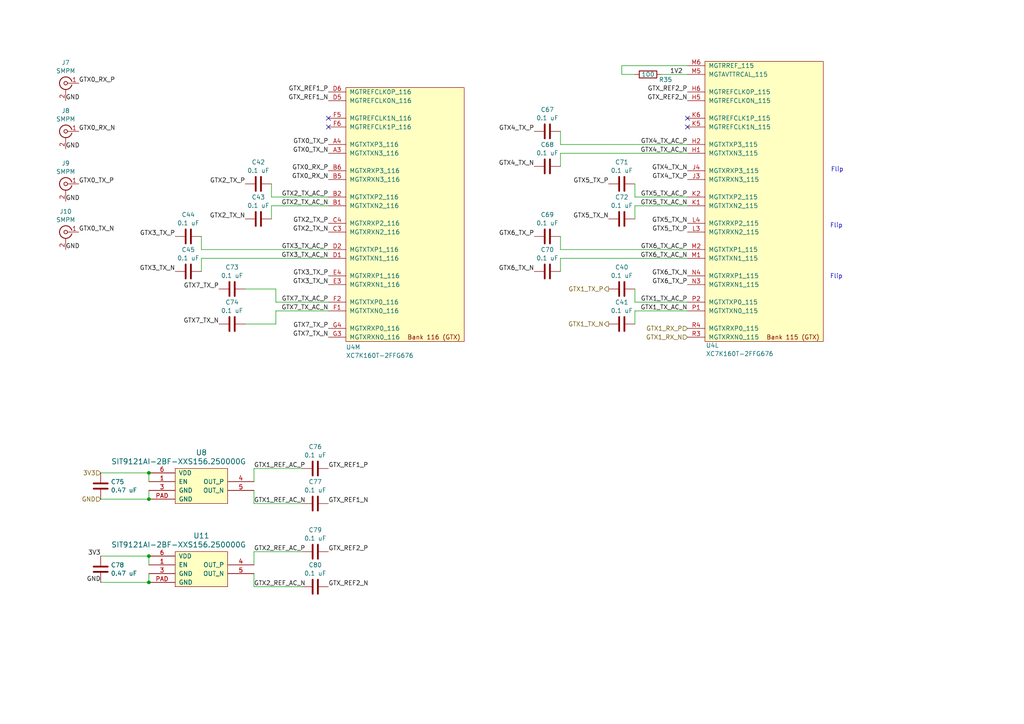
<source format=kicad_sch>
(kicad_sch (version 20231120) (generator "eeschema") (generator_version "8.0")
  (paper "A4")
  (junction (at 43.18 137.16))
  (junction (at 43.18 161.29))
  (junction (at 43.18 144.78))
  (junction (at 43.18 168.91))
  (no_connect (at 95.25 34.29))
  (no_connect (at 199.39 36.83))
  (no_connect (at 199.39 34.29))
  (no_connect (at 95.25 36.83))
  (wire (pts (xy 29.21 161.29) (xy 43.18 161.29)))
  (wire (pts (xy 184.15 57.15) (xy 199.39 57.15)))
  (wire (pts (xy 95.25 59.69) (xy 78.74 59.69)))
  (wire (pts (xy 80.01 83.82) (xy 71.12 83.82)))
  (wire (pts (xy 87.63 170.18) (xy 73.66 170.18)))
  (wire (pts (xy 162.56 44.45) (xy 162.56 48.26)))
  (wire (pts (xy 87.63 135.89) (xy 73.66 135.89)))
  (wire (pts (xy 162.56 68.58) (xy 162.56 72.39)))
  (wire (pts (xy 43.18 168.91) (xy 29.21 168.91)))
  (wire (pts (xy 162.56 74.93) (xy 162.56 78.74)))
  (wire (pts (xy 162.56 38.1) (xy 162.56 41.91)))
  (wire (pts (xy 43.18 161.29) (xy 43.18 163.83)))
  (wire (pts (xy 43.18 142.24) (xy 43.18 144.78)))
  (wire (pts (xy 73.66 146.05) (xy 73.66 142.24)))
  (wire (pts (xy 184.15 87.63) (xy 199.39 87.63)))
  (wire (pts (xy 184.15 90.17) (xy 184.15 93.98)))
  (wire (pts (xy 184.15 59.69) (xy 199.39 59.69)))
  (wire (pts (xy 162.56 72.39) (xy 199.39 72.39)))
  (wire (pts (xy 58.42 74.93) (xy 58.42 78.74)))
  (wire (pts (xy 184.15 83.82) (xy 184.15 87.63)))
  (wire (pts (xy 43.18 166.37) (xy 43.18 168.91)))
  (wire (pts (xy 162.56 44.45) (xy 199.39 44.45)))
  (wire (pts (xy 73.66 170.18) (xy 73.66 166.37)))
  (wire (pts (xy 184.15 59.69) (xy 184.15 63.5)))
  (wire (pts (xy 87.63 160.02) (xy 73.66 160.02)))
  (wire (pts (xy 80.01 93.98) (xy 71.12 93.98)))
  (wire (pts (xy 43.18 137.16) (xy 43.18 139.7)))
  (wire (pts (xy 80.01 87.63) (xy 80.01 83.82)))
  (wire (pts (xy 29.21 137.16) (xy 43.18 137.16)))
  (wire (pts (xy 180.34 19.05) (xy 180.34 21.59)))
  (wire (pts (xy 180.34 21.59) (xy 184.15 21.59)))
  (wire (pts (xy 80.01 90.17) (xy 95.25 90.17)))
  (wire (pts (xy 80.01 87.63) (xy 95.25 87.63)))
  (wire (pts (xy 73.66 135.89) (xy 73.66 139.7)))
  (wire (pts (xy 191.77 21.59) (xy 199.39 21.59)))
  (wire (pts (xy 184.15 90.17) (xy 199.39 90.17)))
  (wire (pts (xy 73.66 160.02) (xy 73.66 163.83)))
  (wire (pts (xy 43.18 144.78) (xy 29.21 144.78)))
  (wire (pts (xy 78.74 53.34) (xy 78.74 57.15)))
  (wire (pts (xy 78.74 59.69) (xy 78.74 63.5)))
  (wire (pts (xy 184.15 53.34) (xy 184.15 57.15)))
  (wire (pts (xy 58.42 72.39) (xy 95.25 72.39)))
  (wire (pts (xy 87.63 146.05) (xy 73.66 146.05)))
  (wire (pts (xy 58.42 74.93) (xy 95.25 74.93)))
  (wire (pts (xy 58.42 68.58) (xy 58.42 72.39)))
  (wire (pts (xy 162.56 74.93) (xy 199.39 74.93)))
  (wire (pts (xy 199.39 19.05) (xy 180.34 19.05)))
  (wire (pts (xy 162.56 41.91) (xy 199.39 41.91)))
  (wire (pts (xy 95.25 57.15) (xy 78.74 57.15)))
  (wire (pts (xy 80.01 90.17) (xy 80.01 93.98)))
  (text "Flip" (at 242.57 80.264 0) (effects (font (size 1.27 1.27))))
  (text "Flip" (at 242.824 49.276 0) (effects (font (size 1.27 1.27))))
  (text "Flip" (at 242.57 65.532 0) (effects (font (size 1.27 1.27))))
  (label "GTX7_TX_P" (at 95.25 95.25 180))
  (label "GTX2_TX_AC_P" (at 95.25 57.15 180))
  (label "GTX3_TX_AC_P" (at 95.25 72.39 180))
  (label "GTX1_REF_AC_N" (at 73.66 146.05 0))
  (label "GTX1_TX_AC_N" (at 199.39 90.17 180))
  (label "GTX7_TX_P" (at 63.5 83.82 180))
  (label "GTX_REF2_P" (at 199.39 26.67 180))
  (label "GTX2_TX_N" (at 95.25 67.31 180))
  (label "GTX2_TX_AC_N" (at 95.25 59.69 180))
  (label "GTX4_TX_N" (at 199.39 49.53 180))
  (label "GND" (at 19.05 43.18 0))
  (label "GTX4_TX_AC_P" (at 199.39 41.91 180))
  (label "GTX0_TX_N" (at 22.86 67.31 0))
  (label "GTX4_TX_P" (at 154.94 38.1 180))
  (label "GTX6_TX_N" (at 199.39 80.01 180))
  (label "GTX0_TX_P" (at 22.86 53.34 0))
  (label "GTX_REF2_P" (at 95.25 160.02 0))
  (label "GTX_REF1_N" (at 95.25 146.05 0))
  (label "GTX3_TX_P" (at 95.25 80.01 180))
  (label "1V2" (at 194.31 21.59 0))
  (label "GTX7_TX_AC_N" (at 95.25 90.17 180))
  (label "GND" (at 29.21 168.91 180))
  (label "GTX7_TX_AC_P" (at 95.25 87.63 180))
  (label "GTX0_RX_N" (at 95.25 52.07 180))
  (label "GTX5_TX_P" (at 199.39 67.31 180))
  (label "GTX0_TX_N" (at 95.25 44.45 180))
  (label "GTX6_TX_N" (at 154.94 78.74 180))
  (label "GTX4_TX_P" (at 199.39 52.07 180))
  (label "GTX2_TX_P" (at 71.12 53.34 180))
  (label "GTX4_TX_N" (at 154.94 48.26 180))
  (label "GTX3_TX_N" (at 50.8 78.74 180))
  (label "GTX6_TX_P" (at 199.39 82.55 180))
  (label "GTX4_TX_AC_N" (at 199.39 44.45 180))
  (label "GTX1_REF_AC_P" (at 73.66 135.89 0))
  (label "GND" (at 19.05 29.21 0))
  (label "GTX7_TX_N" (at 95.25 97.79 180))
  (label "GTX5_TX_AC_P" (at 199.39 57.15 180))
  (label "GTX1_TX_AC_P" (at 199.39 87.63 180))
  (label "GTX2_TX_N" (at 71.12 63.5 180))
  (label "GTX7_TX_N" (at 63.5 93.98 180))
  (label "GTX3_TX_AC_N" (at 95.25 74.93 180))
  (label "GTX_REF2_N" (at 95.25 170.18 0))
  (label "GND" (at 19.05 72.39 0))
  (label "GTX0_RX_P" (at 22.86 24.13 0))
  (label "GTX0_RX_P" (at 95.25 49.53 180))
  (label "GTX6_TX_AC_P" (at 199.39 72.39 180))
  (label "GTX5_TX_AC_N" (at 199.39 59.69 180))
  (label "3V3" (at 29.21 161.29 180))
  (label "GTX_REF1_P" (at 95.25 135.89 0))
  (label "GTX5_TX_N" (at 176.53 63.5 180))
  (label "GTX5_TX_P" (at 176.53 53.34 180))
  (label "GTX5_TX_N" (at 199.39 64.77 180))
  (label "GND" (at 19.05 58.42 0))
  (label "GTX2_REF_AC_P" (at 73.66 160.02 0))
  (label "GTX6_TX_AC_N" (at 199.39 74.93 180))
  (label "GTX_REF1_N" (at 95.25 29.21 180))
  (label "GTX0_TX_P" (at 95.25 41.91 180))
  (label "GTX_REF1_P" (at 95.25 26.67 180))
  (label "GTX3_TX_N" (at 95.25 82.55 180))
  (label "GTX_REF2_N" (at 199.39 29.21 180))
  (label "GTX3_TX_P" (at 50.8 68.58 180))
  (label "GTX0_RX_N" (at 22.86 38.1 0))
  (label "GTX6_TX_P" (at 154.94 68.58 180))
  (label "GTX2_TX_P" (at 95.25 64.77 180))
  (label "GTX2_REF_AC_N" (at 73.66 170.18 0))
  (hierarchical_label "GTX1_TX_P" (shape output) (at 176.53 83.82 180))
  (hierarchical_label "GTX1_RX_P" (shape input) (at 199.39 95.25 180))
  (hierarchical_label "GTX1_TX_N" (shape output) (at 176.53 93.98 180))
  (hierarchical_label "3V3" (shape input) (at 29.21 137.16 180))
  (hierarchical_label "GTX1_RX_N" (shape input) (at 199.39 97.79 180))
  (hierarchical_label "GND" (shape input) (at 29.21 144.78 180))
  (symbol (lib_id "device:C") (at 29.21 140.97 0) (unit 1)
    (property "Reference" "C75" (at 32.131 139.7578 0) (effects (justify left)))
    (property "Value" "0.47 uF" (at 32.131 142.1821 0) (effects (justify left)))
    (property "Footprint" "azonenberg_pcb:EIA_0402_CAP_NOSILK" (effects (hide yes)))
    (property "Description" "Unpolarized capacitor" (effects (hide yes)))
  )
  (symbol (lib_id "device:C") (at 54.61 78.74 90) (unit 1)
    (property "Reference" "C45" (at 54.61 72.4365 90))
    (property "Value" "0.1 uF" (at 54.61 74.8608 90))
    (property "Footprint" "azonenberg_pcb:EIA_0402_CAP_NOSILK" (effects (hide yes)))
    (property "Description" "Unpolarized capacitor" (effects (hide yes)))
  )
  (symbol (lib_id "device:C") (at 91.44 160.02 90) (unit 1)
    (property "Reference" "C79" (at 91.44 153.7165 90))
    (property "Value" "0.1 uF" (at 91.44 156.1408 90))
    (property "Footprint" "azonenberg_pcb:EIA_0402_CAP_NOSILK" (effects (hide yes)))
    (property "Description" "Unpolarized capacitor" (effects (hide yes)))
  )
  (symbol (lib_id "device:C") (at 29.21 165.1 0) (unit 1)
    (property "Reference" "C78" (at 32.131 163.8878 0) (effects (justify left)))
    (property "Value" "0.47 uF" (at 32.131 166.3121 0) (effects (justify left)))
    (property "Footprint" "azonenberg_pcb:EIA_0402_CAP_NOSILK" (effects (hide yes)))
    (property "Description" "Unpolarized capacitor" (effects (hide yes)))
  )
  (symbol (lib_id "device:C") (at 91.44 146.05 90) (unit 1)
    (property "Reference" "C77" (at 91.44 139.7465 90))
    (property "Value" "0.1 uF" (at 91.44 142.1708 90))
    (property "Footprint" "azonenberg_pcb:EIA_0402_CAP_NOSILK" (effects (hide yes)))
    (property "Description" "Unpolarized capacitor" (effects (hide yes)))
  )
  (symbol (lib_id "device:R") (at 187.96 21.59 90) (unit 1)
    (property "Reference" "R35" (at 193.04 23.114 90))
    (property "Value" "100" (at 187.96 21.59 90))
    (property "Footprint" "azonenberg_pcb:EIA_0402_RES_NOSILK" (effects (hide yes)))
    (property "Description" "Resistor" (effects (hide yes)))
  )
  (symbol (lib_id "device:C") (at 158.75 68.58 90) (unit 1)
    (property "Reference" "C69" (at 158.75 62.2765 90))
    (property "Value" "0.1 uF" (at 158.75 64.7008 90))
    (property "Footprint" "azonenberg_pcb:EIA_0402_CAP_NOSILK" (effects (hide yes)))
    (property "Description" "Unpolarized capacitor" (effects (hide yes)))
  )
  (symbol (lib_id "xilinx-azonenberg:XC7KxT-FFG676") (at 204.47 99.06 0) (unit 12)
    (property "Reference" "U4" (at 204.724 100.1917 0) (effects (justify left)))
    (property "Value" "XC7K160T-2FFG676" (at 204.724 102.616 0) (effects (justify left)))
    (property "Footprint" "azonenberg_pcb:BGA_676_27x27_FULLARRAY_1MM_FFG676" (effects (hide yes)))
  )
  (symbol (lib_id "device:C") (at 158.75 78.74 90) (unit 1)
    (property "Reference" "C70" (at 158.75 72.4365 90))
    (property "Value" "0.1 uF" (at 158.75 74.8608 90))
    (property "Footprint" "azonenberg_pcb:EIA_0402_CAP_NOSILK" (effects (hide yes)))
    (property "Description" "Unpolarized capacitor" (effects (hide yes)))
  )
  (symbol (lib_id "device:C") (at 54.61 68.58 90) (unit 1)
    (property "Reference" "C44" (at 54.61 62.2765 90))
    (property "Value" "0.1 uF" (at 54.61 64.7008 90))
    (property "Footprint" "azonenberg_pcb:EIA_0402_CAP_NOSILK" (effects (hide yes)))
    (property "Description" "Unpolarized capacitor" (effects (hide yes)))
  )
  (symbol (lib_id "conn:CONN_COAXIAL") (at 19.05 24.13 0) (mirror y) (unit 1)
    (property "Reference" "J7" (at 19.0499 18.1589 0))
    (property "Value" "SMPM" (at 19.0499 20.5832 0))
    (property "Footprint" "azonenberg_pcb:CONN_SMPM_AMPHENOL_C925-197J-51PT" (effects (hide yes)))
    (property "Description" "coaxial connector (BNC, SMA, SMB, SMC, Cinch/RCA, ...)" (effects (hide yes)))
  )
  (symbol (lib_id "device:C") (at 158.75 48.26 90) (unit 1)
    (property "Reference" "C68" (at 158.75 41.9565 90))
    (property "Value" "0.1 uF" (at 158.75 44.3808 90))
    (property "Footprint" "azonenberg_pcb:EIA_0402_CAP_NOSILK" (effects (hide yes)))
    (property "Description" "Unpolarized capacitor" (effects (hide yes)))
  )
  (symbol (lib_id "device:C") (at 180.34 53.34 90) (unit 1)
    (property "Reference" "C71" (at 180.34 47.0365 90))
    (property "Value" "0.1 uF" (at 180.34 49.4608 90))
    (property "Footprint" "azonenberg_pcb:EIA_0402_CAP_NOSILK" (effects (hide yes)))
    (property "Description" "Unpolarized capacitor" (effects (hide yes)))
  )
  (symbol (lib_id "osc-azonenberg:OSC_LVDS") (at 50.8 170.18 0) (unit 1)
    (property "Reference" "U11" (at 58.42 155.3896 0) (effects (font (size 1.524 1.524))))
    (property "Value" "SIT9121AI-2BF-XXS156.250000G" (at 51.816 157.988 0) (effects (font (size 1.524 1.524))))
    (property "Footprint" "azonenberg_pcb:OSCILLATOR_LVDS_3.2x2.5" (effects (hide yes)))
  )
  (symbol (lib_id "xilinx-azonenberg:XC7KxT-FFG676") (at 100.33 99.06 0) (unit 13)
    (property "Reference" "U4" (at 100.33 100.6997 0) (effects (justify left)))
    (property "Value" "XC7K160T-2FFG676" (at 100.33 103.124 0) (effects (justify left)))
    (property "Footprint" "azonenberg_pcb:BGA_676_27x27_FULLARRAY_1MM_FFG676" (effects (hide yes)))
  )
  (symbol (lib_id "device:C") (at 180.34 83.82 90) (unit 1)
    (property "Reference" "C40" (at 180.34 77.5165 90))
    (property "Value" "0.1 uF" (at 180.34 79.9408 90))
    (property "Footprint" "azonenberg_pcb:EIA_0402_CAP_NOSILK" (effects (hide yes)))
    (property "Description" "Unpolarized capacitor" (effects (hide yes)))
  )
  (symbol (lib_id "conn:CONN_COAXIAL") (at 19.05 53.34 0) (mirror y) (unit 1)
    (property "Reference" "J9" (at 19.0499 47.3689 0))
    (property "Value" "SMPM" (at 19.0499 49.7932 0))
    (property "Footprint" "azonenberg_pcb:CONN_SMPM_AMPHENOL_C925-197J-51PT" (effects (hide yes)))
    (property "Description" "coaxial connector (BNC, SMA, SMB, SMC, Cinch/RCA, ...)" (effects (hide yes)))
  )
  (symbol (lib_id "device:C") (at 180.34 93.98 90) (unit 1)
    (property "Reference" "C41" (at 180.34 87.6765 90))
    (property "Value" "0.1 uF" (at 180.34 90.1008 90))
    (property "Footprint" "azonenberg_pcb:EIA_0402_CAP_NOSILK" (effects (hide yes)))
    (property "Description" "Unpolarized capacitor" (effects (hide yes)))
  )
  (symbol (lib_id "osc-azonenberg:OSC_LVDS") (at 50.8 146.05 0) (unit 1)
    (property "Reference" "U8" (at 58.42 131.2596 0) (effects (font (size 1.524 1.524))))
    (property "Value" "SIT9121AI-2BF-XXS156.250000G" (at 51.816 133.858 0) (effects (font (size 1.524 1.524))))
    (property "Footprint" "azonenberg_pcb:OSCILLATOR_LVDS_3.2x2.5" (effects (hide yes)))
  )
  (symbol (lib_id "device:C") (at 74.93 63.5 90) (unit 1)
    (property "Reference" "C43" (at 74.93 57.1965 90))
    (property "Value" "0.1 uF" (at 74.93 59.6208 90))
    (property "Footprint" "azonenberg_pcb:EIA_0402_CAP_NOSILK" (effects (hide yes)))
    (property "Description" "Unpolarized capacitor" (effects (hide yes)))
  )
  (symbol (lib_id "device:C") (at 67.31 93.98 90) (unit 1)
    (property "Reference" "C74" (at 67.31 87.6765 90))
    (property "Value" "0.1 uF" (at 67.31 90.1008 90))
    (property "Footprint" "azonenberg_pcb:EIA_0402_CAP_NOSILK" (effects (hide yes)))
    (property "Description" "Unpolarized capacitor" (effects (hide yes)))
  )
  (symbol (lib_id "device:C") (at 91.44 170.18 90) (unit 1)
    (property "Reference" "C80" (at 91.44 163.8765 90))
    (property "Value" "0.1 uF" (at 91.44 166.3008 90))
    (property "Footprint" "azonenberg_pcb:EIA_0402_CAP_NOSILK" (effects (hide yes)))
    (property "Description" "Unpolarized capacitor" (effects (hide yes)))
  )
  (symbol (lib_id "device:C") (at 180.34 63.5 90) (unit 1)
    (property "Reference" "C72" (at 180.34 57.1965 90))
    (property "Value" "0.1 uF" (at 180.34 59.6208 90))
    (property "Footprint" "azonenberg_pcb:EIA_0402_CAP_NOSILK" (effects (hide yes)))
    (property "Description" "Unpolarized capacitor" (effects (hide yes)))
  )
  (symbol (lib_id "device:C") (at 74.93 53.34 90) (unit 1)
    (property "Reference" "C42" (at 74.93 47.0365 90))
    (property "Value" "0.1 uF" (at 74.93 49.4608 90))
    (property "Footprint" "azonenberg_pcb:EIA_0402_CAP_NOSILK" (effects (hide yes)))
    (property "Description" "Unpolarized capacitor" (effects (hide yes)))
  )
  (symbol (lib_id "device:C") (at 67.31 83.82 90) (unit 1)
    (property "Reference" "C73" (at 67.31 77.5165 90))
    (property "Value" "0.1 uF" (at 67.31 79.9408 90))
    (property "Footprint" "azonenberg_pcb:EIA_0402_CAP_NOSILK" (effects (hide yes)))
    (property "Description" "Unpolarized capacitor" (effects (hide yes)))
  )
  (symbol (lib_id "device:C") (at 91.44 135.89 90) (unit 1)
    (property "Reference" "C76" (at 91.44 129.5865 90))
    (property "Value" "0.1 uF" (at 91.44 132.0108 90))
    (property "Footprint" "azonenberg_pcb:EIA_0402_CAP_NOSILK" (effects (hide yes)))
    (property "Description" "Unpolarized capacitor" (effects (hide yes)))
  )
  (symbol (lib_id "device:C") (at 158.75 38.1 90) (unit 1)
    (property "Reference" "C67" (at 158.75 31.7965 90))
    (property "Value" "0.1 uF" (at 158.75 34.2208 90))
    (property "Footprint" "azonenberg_pcb:EIA_0402_CAP_NOSILK" (effects (hide yes)))
    (property "Description" "Unpolarized capacitor" (effects (hide yes)))
  )
  (symbol (lib_id "conn:CONN_COAXIAL") (at 19.05 38.1 0) (mirror y) (unit 1)
    (property "Reference" "J8" (at 19.0499 32.1289 0))
    (property "Value" "SMPM" (at 19.0499 34.5532 0))
    (property "Footprint" "azonenberg_pcb:CONN_SMPM_AMPHENOL_C925-197J-51PT" (effects (hide yes)))
    (property "Description" "coaxial connector (BNC, SMA, SMB, SMC, Cinch/RCA, ...)" (effects (hide yes)))
  )
  (symbol (lib_id "conn:CONN_COAXIAL") (at 19.05 67.31 0) (mirror y) (unit 1)
    (property "Reference" "J10" (at 19.0499 61.3389 0))
    (property "Value" "SMPM" (at 19.0499 63.7632 0))
    (property "Footprint" "azonenberg_pcb:CONN_SMPM_AMPHENOL_C925-197J-51PT" (effects (hide yes)))
    (property "Description" "coaxial connector (BNC, SMA, SMB, SMC, Cinch/RCA, ...)" (effects (hide yes)))
  )
)
</source>
